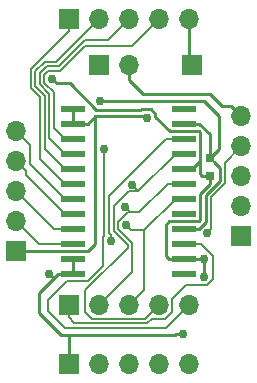
<source format=gbl>
G04 #@! TF.FileFunction,Copper,L2,Bot,Signal*
%FSLAX46Y46*%
G04 Gerber Fmt 4.6, Leading zero omitted, Abs format (unit mm)*
G04 Created by KiCad (PCBNEW 4.0.4-stable) date 12/10/17 22:01:48*
%MOMM*%
%LPD*%
G01*
G04 APERTURE LIST*
%ADD10C,0.100000*%
%ADD11R,1.700000X1.700000*%
%ADD12O,1.700000X1.700000*%
%ADD13R,2.000000X0.600000*%
%ADD14R,0.750000X0.800000*%
%ADD15C,0.762000*%
%ADD16C,0.254000*%
%ADD17C,0.177800*%
G04 APERTURE END LIST*
D10*
D11*
X9525000Y-3810000D03*
D12*
X9525000Y-1270000D03*
X9525000Y1270000D03*
X9525000Y3810000D03*
X9525000Y6350000D03*
D13*
X4699000Y6985000D03*
X4699000Y5715000D03*
X4699000Y4445000D03*
X4699000Y3175000D03*
X4699000Y1905000D03*
X4699000Y635000D03*
X4699000Y-635000D03*
X4699000Y-1905000D03*
X4699000Y-3175000D03*
X4699000Y-4445000D03*
X4699000Y-5715000D03*
X4699000Y-6985000D03*
X-4701000Y-6985000D03*
X-4701000Y-5715000D03*
X-4701000Y-4445000D03*
X-4701000Y-3175000D03*
X-4701000Y-1905000D03*
X-4701000Y-635000D03*
X-4701000Y635000D03*
X-4701000Y1905000D03*
X-4701000Y3175000D03*
X-4701000Y4445000D03*
X-4701000Y5715000D03*
X-4701000Y6985000D03*
D14*
X6858000Y1294000D03*
X6858000Y2794000D03*
D11*
X-5080000Y-9652000D03*
D12*
X-2540000Y-9652000D03*
X0Y-9652000D03*
X2540000Y-9652000D03*
X5080000Y-9652000D03*
D11*
X-2540000Y10668000D03*
D12*
X0Y10668000D03*
D11*
X5334000Y10668000D03*
X-5080000Y14605000D03*
D12*
X-2540000Y14605000D03*
X0Y14605000D03*
X2540000Y14605000D03*
X5080000Y14605000D03*
D11*
X-9525000Y-5080000D03*
D12*
X-9525000Y-2540000D03*
X-9525000Y0D03*
X-9525000Y2540000D03*
X-9525000Y5080000D03*
D11*
X-5080000Y-14605000D03*
D12*
X-2540000Y-14605000D03*
X0Y-14605000D03*
X2540000Y-14605000D03*
X5080000Y-14605000D03*
D15*
X-2413000Y7620000D03*
X-6477000Y9525000D03*
X6399764Y-5726189D03*
X6350000Y-7270699D03*
X-6731000Y-6985000D03*
X4572000Y-12065000D03*
X1524000Y6223000D03*
X-2103990Y3542375D03*
X-337575Y-1323990D03*
X-209489Y-2891210D03*
X254000Y508000D03*
X-1537723Y-4219445D03*
X6604000Y-3556000D03*
D16*
X1031067Y7612001D02*
X-2405001Y7612001D01*
X-2405001Y7612001D02*
X-2413000Y7620000D01*
X7712089Y1939911D02*
X7191534Y2460467D01*
X7712089Y852023D02*
X7712089Y1939911D01*
X6569088Y-290978D02*
X7712089Y852023D01*
X5959670Y-3175000D02*
X6569088Y-2565582D01*
X6569088Y-2565582D02*
X6569088Y-290978D01*
X4699000Y-3175000D02*
X5959670Y-3175000D01*
X5959670Y5715000D02*
X5953000Y5715000D01*
X6858000Y4816670D02*
X5959670Y5715000D01*
X6858000Y2794000D02*
X6858000Y4816670D01*
X5953000Y5715000D02*
X4699000Y5715000D01*
X6350931Y7612001D02*
X1031067Y7612001D01*
X7620000Y6342932D02*
X6350931Y7612001D01*
X7620000Y3581000D02*
X7620000Y6342932D01*
X6858000Y2794000D02*
X6858000Y2819000D01*
X6858000Y2819000D02*
X7620000Y3581000D01*
X9525000Y6350000D02*
X8675001Y7199999D01*
X8675001Y7199999D02*
X7913001Y7199999D01*
X7913001Y7199999D02*
X6858000Y8255000D01*
X-6096000Y9144000D02*
X-6477000Y9525000D01*
X5960601Y5072001D02*
X6026001Y5006601D01*
X6026001Y5006601D02*
X6026001Y2794000D01*
X1069998Y6931002D02*
X1863842Y6931002D01*
X3468843Y5072001D02*
X5960601Y5072001D01*
X2232002Y6562842D02*
X2232002Y6308842D01*
X2232002Y6308842D02*
X3468843Y5072001D01*
X1863842Y6931002D02*
X2232002Y6562842D01*
X1050994Y6911998D02*
X1069998Y6931002D01*
X-2752842Y6911998D02*
X1050994Y6911998D01*
X-6096000Y9144000D02*
X-4984844Y9144000D01*
X-4984844Y9144000D02*
X-2752842Y6911998D01*
X0Y10668000D02*
X0Y9465919D01*
X0Y9465919D02*
X1210919Y8255000D01*
X1210919Y8255000D02*
X6858000Y8255000D01*
X6350000Y-5775953D02*
X6399764Y-5726189D01*
X6350000Y-7270699D02*
X6350000Y-5775953D01*
X4699000Y-5715000D02*
X6388575Y-5715000D01*
X6388575Y-5715000D02*
X6399764Y-5726189D01*
X6026001Y2794000D02*
X6026001Y2532001D01*
X6858000Y1294000D02*
X6229000Y1294000D01*
X6229000Y1294000D02*
X6026001Y1496999D01*
X6026001Y1496999D02*
X6026001Y2794000D01*
X6026001Y2532001D02*
X5399000Y1905000D01*
X5399000Y1905000D02*
X4699000Y1905000D01*
X3175000Y-5461000D02*
X3429000Y-5715000D01*
X3429000Y-5715000D02*
X4699000Y-5715000D01*
X3175000Y-2810398D02*
X3175000Y-5461000D01*
X6858000Y640000D02*
X6026001Y-191999D01*
X6858000Y1294000D02*
X6858000Y640000D01*
X5944603Y-2547999D02*
X3437399Y-2547999D01*
X6026001Y-191999D02*
X6026001Y-2466601D01*
X6026001Y-2466601D02*
X5944603Y-2547999D01*
X3437399Y-2547999D02*
X3175000Y-2810398D01*
X-7620000Y-8650000D02*
X-6731000Y-7761000D01*
X-6350001Y-7365999D02*
X-6350001Y-7380001D01*
X-6731000Y-7761000D02*
X-5955000Y-6985000D01*
X-6731000Y-6985000D02*
X-6350001Y-7365999D01*
X-6350001Y-7380001D02*
X-6731000Y-7761000D01*
X3906185Y-12192000D02*
X-5080000Y-12192000D01*
X-5080000Y-12192000D02*
X-5715000Y-12192000D01*
X-5080000Y-14605000D02*
X-5080000Y-13501000D01*
X-5080000Y-13501000D02*
X-5080000Y-12192000D01*
X-7620000Y-10287000D02*
X-7620000Y-8650000D01*
X-5955000Y-6985000D02*
X-4701000Y-6985000D01*
X-5715000Y-12192000D02*
X-7620000Y-10287000D01*
X4572000Y-12065000D02*
X4033185Y-12065000D01*
X4033185Y-12065000D02*
X3906185Y-12192000D01*
X-4701000Y-5715000D02*
X-4701000Y-6985000D01*
X-2812000Y6350000D02*
X-2812000Y-4444602D01*
X-2812000Y-4444602D02*
X-3447398Y-5080000D01*
X-3447398Y-5080000D02*
X-8421000Y-5080000D01*
X-8421000Y-5080000D02*
X-9525000Y-5080000D01*
X-2812000Y6350000D02*
X1397000Y6350000D01*
X1397000Y6350000D02*
X1524000Y6223000D01*
X-4701000Y5715000D02*
X-3447000Y5715000D01*
X-3447000Y5715000D02*
X-2812000Y6350000D01*
X-4701000Y5715000D02*
X-4701000Y6985000D01*
X5080000Y14605000D02*
X5080000Y10922000D01*
X5080000Y10922000D02*
X5334000Y10668000D01*
D17*
X3086673Y-10790901D02*
X1935403Y-10790901D01*
X3678901Y-10198673D02*
X3086673Y-10790901D01*
X3678901Y-9105327D02*
X3678901Y-10198673D01*
X1557593Y-11168711D02*
X-4591089Y-11168711D01*
X7151284Y-7460871D02*
X6671554Y-7940601D01*
X4843627Y-7940601D02*
X3678901Y-9105327D01*
X7151284Y-5486255D02*
X7151284Y-7460871D01*
X6671554Y-7940601D02*
X4843627Y-7940601D01*
X6110029Y-4445000D02*
X7151284Y-5486255D01*
X4699000Y-4445000D02*
X6110029Y-4445000D01*
X-4591089Y-11168711D02*
X-5080000Y-10679800D01*
X1935403Y-10790901D02*
X1557593Y-11168711D01*
X-5080000Y-10679800D02*
X-5080000Y-9652000D01*
X-2103990Y-3794258D02*
X-2103990Y3003560D01*
X-2103990Y3003560D02*
X-2103990Y3542375D01*
X-3469879Y-7573901D02*
X-2207624Y-6311646D01*
X-2207624Y-3897892D02*
X-2103990Y-3794258D01*
X-6858000Y-9209978D02*
X-5221923Y-7573901D01*
X3185478Y-11546521D02*
X-5405504Y-11546518D01*
X5080000Y-9652000D02*
X3185478Y-11546521D01*
X-5405504Y-11546518D02*
X-6858000Y-10094022D01*
X-6858000Y-10094022D02*
X-6858000Y-9209978D01*
X-5221923Y-7573901D02*
X-3469879Y-7573901D01*
X-2207624Y-6311646D02*
X-2207624Y-3897892D01*
X-1690001Y-8802001D02*
X-2540000Y-9652000D01*
X320623Y-6791377D02*
X-1690001Y-8802001D01*
X320623Y-4412776D02*
X320623Y-6791377D01*
X-879390Y-3212763D02*
X320623Y-4412776D01*
X-879390Y-2569657D02*
X-879390Y-3212763D01*
X-87733Y-1778000D02*
X-879390Y-2569657D01*
X913546Y-1778000D02*
X-87733Y-1778000D01*
X116435Y-1778000D02*
X43424Y-1704989D01*
X43424Y-1704989D02*
X-337575Y-1323990D01*
X913546Y-1778000D02*
X116435Y-1778000D01*
X3326546Y635000D02*
X913546Y-1778000D01*
X4699000Y635000D02*
X3326546Y635000D01*
X1332000Y-3302000D02*
X201301Y-3302000D01*
X201301Y-3302000D02*
X171510Y-3272209D01*
X171510Y-3272209D02*
X-209489Y-2891210D01*
X1332000Y-8320000D02*
X849999Y-8802001D01*
X1332000Y-3302000D02*
X1332000Y-8320000D01*
X849999Y-8802001D02*
X0Y-9652000D01*
X3999000Y-635000D02*
X1332000Y-3302000D01*
X4699000Y-635000D02*
X3999000Y-635000D01*
X1690001Y-10501999D02*
X2540000Y-9652000D01*
X-3086673Y-10790901D02*
X1401099Y-10790901D01*
X1401099Y-10790901D02*
X1690001Y-10501999D01*
X824000Y0D02*
X-5039Y0D01*
X-57188Y-4756188D02*
X-3678901Y-8377901D01*
X-1257201Y-1252162D02*
X-1257201Y-3369257D01*
X-57188Y-4569270D02*
X-57188Y-4756188D01*
X-5039Y0D02*
X-1257201Y-1252162D01*
X-3678901Y-8377901D02*
X-3678901Y-10198673D01*
X-3678901Y-10198673D02*
X-3086673Y-10790901D01*
X-1257201Y-3369257D02*
X-57188Y-4569270D01*
X3999000Y3175000D02*
X824000Y0D01*
X254000Y508000D02*
X762000Y0D01*
X762000Y0D02*
X824000Y0D01*
X4699000Y3175000D02*
X3999000Y3175000D01*
X-1664722Y-419268D02*
X-1664722Y-3553631D01*
X-1537723Y-3680630D02*
X-1537723Y-4219445D01*
X-1664722Y-3553631D02*
X-1537723Y-3680630D01*
X4699000Y4445000D02*
X3199546Y4445000D01*
X3199546Y4445000D02*
X-1664722Y-419268D01*
X9525000Y3810000D02*
X8128000Y2413000D01*
X8128000Y2413000D02*
X8128000Y679748D01*
X8128000Y679748D02*
X6984999Y-463253D01*
X6984999Y-463253D02*
X6984999Y-3175001D01*
X6984999Y-3175001D02*
X6604000Y-3556000D01*
X-4701000Y-4445000D02*
X-7620000Y-4445000D01*
X-7620000Y-4445000D02*
X-9525000Y-2540000D01*
X-4701000Y-3175000D02*
X-6350000Y-3175000D01*
X-6350000Y-3175000D02*
X-9525000Y0D01*
X-4701000Y-1905000D02*
X-5401000Y-1905000D01*
X-5401000Y-1905000D02*
X-8675001Y1369001D01*
X-8675001Y1369001D02*
X-8675001Y1690001D01*
X-8675001Y1690001D02*
X-9525000Y2540000D01*
X-4701000Y-635000D02*
X-5401000Y-635000D01*
X-5401000Y-635000D02*
X-8386099Y2350099D01*
X-8386099Y2350099D02*
X-8386099Y3941099D01*
X-8386099Y3941099D02*
X-8675001Y4230001D01*
X-8675001Y4230001D02*
X-9525000Y5080000D01*
X-8280335Y10376865D02*
X-5080000Y13577200D01*
X-8280335Y8733964D02*
X-8280335Y10376865D01*
X-7493000Y7946630D02*
X-8280335Y8733964D01*
X-7493000Y2727000D02*
X-7493000Y7946630D01*
X-5401000Y635000D02*
X-7493000Y2727000D01*
X-4701000Y635000D02*
X-5401000Y635000D01*
X-5080000Y13577200D02*
X-5080000Y14605000D01*
X-7115189Y3619189D02*
X-7115189Y8103123D01*
X-7115189Y8103123D02*
X-7902524Y8890458D01*
X-6194476Y10950524D02*
X-3389999Y13755001D01*
X-7902524Y10159542D02*
X-7111542Y10950524D01*
X-5401000Y1905000D02*
X-7115189Y3619189D01*
X-7902524Y8890458D02*
X-7902524Y10159542D01*
X-7111542Y10950524D02*
X-6194476Y10950524D01*
X-3389999Y13755001D02*
X-2540000Y14605000D01*
X-4701000Y1905000D02*
X-5401000Y1905000D01*
X-5939046Y10572713D02*
X-3684759Y12827000D01*
X-1778000Y12827000D02*
X-849999Y13755001D01*
X-849999Y13755001D02*
X0Y14605000D01*
X-3684759Y12827000D02*
X-1778000Y12827000D01*
X-4701000Y3175000D02*
X-5401000Y3175000D01*
X-7524713Y9046952D02*
X-7524713Y10003048D01*
X-6737378Y8259617D02*
X-7524713Y9046952D01*
X-6955048Y10572713D02*
X-5939046Y10572713D01*
X-7524713Y10003048D02*
X-6955048Y10572713D01*
X-5401000Y3175000D02*
X-6737378Y4511378D01*
X-6737378Y4511378D02*
X-6737378Y8259617D01*
X-7146902Y9203446D02*
X-7146902Y9846554D01*
X-6359567Y5403567D02*
X-6359567Y8416111D01*
X1690001Y13755001D02*
X2540000Y14605000D01*
X-5782552Y10194902D02*
X-3658454Y12319000D01*
X254000Y12319000D02*
X1690001Y13755001D01*
X-3658454Y12319000D02*
X254000Y12319000D01*
X-7146902Y9846554D02*
X-6798554Y10194902D01*
X-6359567Y8416111D02*
X-7146902Y9203446D01*
X-4701000Y4445000D02*
X-5401000Y4445000D01*
X-5401000Y4445000D02*
X-6359567Y5403567D01*
X-6798554Y10194902D02*
X-5782552Y10194902D01*
M02*

</source>
